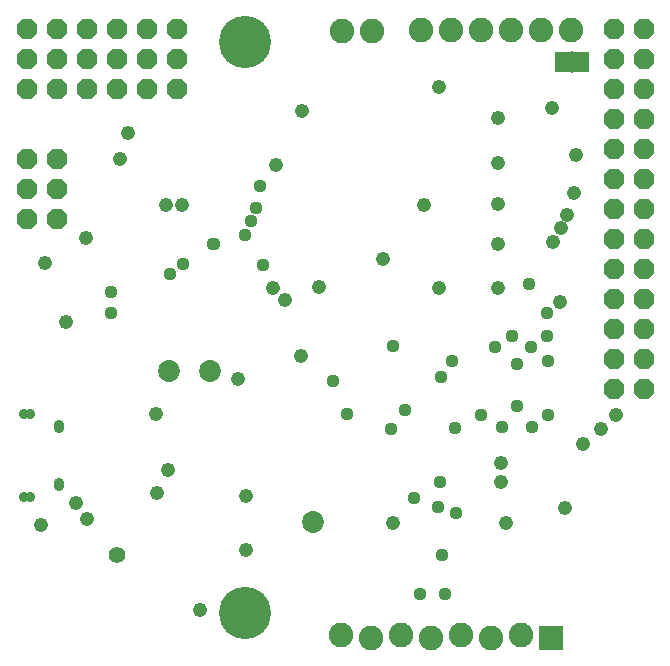
<source format=gbs>
G75*
G70*
%OFA0B0*%
%FSLAX24Y24*%
%IPPOS*%
%LPD*%
%AMOC8*
5,1,8,0,0,1.08239X$1,22.5*
%
%ADD10C,0.0820*%
%ADD11OC8,0.0690*%
%ADD12C,0.0356*%
%ADD13R,0.0820X0.0820*%
%ADD14OC8,0.0680*%
%ADD15R,0.0540X0.0710*%
%ADD16R,0.0060X0.0720*%
%ADD17C,0.0476*%
%ADD18C,0.0555*%
%ADD19C,0.0730*%
%ADD20C,0.0437*%
%ADD21C,0.1740*%
D10*
X011540Y003261D03*
X012540Y003161D03*
X013540Y003261D03*
X014540Y003161D03*
X015540Y003261D03*
X016540Y003161D03*
X017540Y003261D03*
X017205Y023411D03*
X016205Y023411D03*
X015205Y023411D03*
X014205Y023411D03*
X012565Y023386D03*
X011565Y023386D03*
X018205Y023411D03*
X019205Y023411D03*
D11*
X002065Y019111D03*
X002065Y018111D03*
X002065Y017111D03*
X001065Y017111D03*
X001065Y018111D03*
X001065Y019111D03*
D12*
X001150Y010616D03*
X000950Y010616D03*
X002110Y010266D03*
X002110Y010166D03*
X002110Y008306D03*
X002110Y008206D03*
X001150Y007856D03*
X000950Y007856D03*
D13*
X018540Y003161D03*
D14*
X020615Y011461D03*
X020615Y012461D03*
X020615Y013461D03*
X020615Y014461D03*
X020615Y015461D03*
X020615Y016461D03*
X020615Y017461D03*
X020615Y018461D03*
X020615Y019461D03*
X021615Y019461D03*
X021615Y018461D03*
X021615Y017461D03*
X021615Y016461D03*
X021615Y015461D03*
X021615Y014461D03*
X021615Y013461D03*
X021615Y012461D03*
X021615Y011461D03*
X021615Y020461D03*
X021615Y021461D03*
X021615Y022461D03*
X021615Y023461D03*
X020615Y023461D03*
X020615Y022461D03*
X020615Y021461D03*
X020615Y020461D03*
X006065Y021461D03*
X005065Y021461D03*
X004065Y021461D03*
X004065Y022461D03*
X005065Y022461D03*
X006065Y022461D03*
X006065Y023461D03*
X005065Y023461D03*
X004065Y023461D03*
X003065Y023461D03*
X003065Y022461D03*
X003065Y021461D03*
X002065Y021461D03*
X002065Y022461D03*
X002065Y023461D03*
X001065Y023461D03*
X001065Y022461D03*
X001065Y021461D03*
D15*
X018940Y022371D03*
X019540Y022371D03*
D16*
X019240Y022371D03*
D17*
X018545Y020826D03*
X019355Y019266D03*
X019305Y017996D03*
X019065Y017266D03*
X018845Y016806D03*
X018595Y016346D03*
X016755Y016276D03*
X016755Y017626D03*
X016755Y018986D03*
X016765Y020486D03*
X014805Y021516D03*
X014305Y017596D03*
X012915Y015786D03*
X014805Y014836D03*
X016755Y014806D03*
X018825Y014366D03*
X020695Y010576D03*
X020190Y010111D03*
X019590Y009636D03*
X018990Y007486D03*
X017025Y006976D03*
X016845Y008366D03*
X016865Y008996D03*
X013275Y006996D03*
X008375Y007876D03*
X008375Y006096D03*
X006835Y004096D03*
X005385Y007986D03*
X005765Y008766D03*
X005365Y010616D03*
X002705Y007646D03*
X003075Y007116D03*
X001540Y006911D03*
X002365Y013686D03*
X001655Y015666D03*
X003015Y016486D03*
X004145Y019106D03*
X004425Y019986D03*
X005695Y017586D03*
X006215Y017586D03*
X009365Y018936D03*
X010215Y020726D03*
X010790Y014861D03*
X009655Y014426D03*
X009245Y014806D03*
X010195Y012546D03*
X008095Y011796D03*
D18*
X004065Y005936D03*
D19*
X005785Y012046D03*
X007165Y012046D03*
X010585Y007026D03*
D20*
X013185Y010106D03*
X013675Y010746D03*
X014855Y011856D03*
X015225Y012386D03*
X016665Y012861D03*
X017215Y013236D03*
X017865Y012861D03*
X018390Y013211D03*
X018385Y013976D03*
X017795Y014946D03*
X018415Y012381D03*
X017405Y012276D03*
X017385Y010891D03*
X016890Y010186D03*
X016190Y010586D03*
X015340Y010161D03*
X014825Y008366D03*
X013965Y007806D03*
X014765Y007506D03*
X015355Y007306D03*
X014905Y005916D03*
X015005Y004636D03*
X014145Y004636D03*
X017890Y010186D03*
X018440Y010586D03*
X013245Y012896D03*
X011255Y011726D03*
X011715Y010606D03*
X008915Y015576D03*
X008335Y016596D03*
X008515Y017046D03*
X008690Y017481D03*
X008840Y018231D03*
X007295Y016286D03*
X007265Y016286D03*
X006245Y015636D03*
X005825Y015286D03*
X003855Y014676D03*
X003845Y013976D03*
D21*
X008315Y023036D03*
X008315Y003986D03*
M02*

</source>
